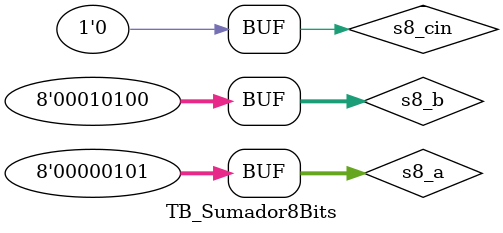
<source format=v>

`timescale 1ns / 1ns

module TB_Sumador8Bits;

// Inputs
reg [7:0] s8_a;
reg [7:0] s8_b;
reg s8_cin;

// Outputs
wire [7:0] s8_sum;
wire s8_cout;


Sumador8Bits uut (
.s8_a(s8_a), 
.s8_b(s8_b), 
.s8_cin(s8_cin), 
.s8_sum(s8_sum), 
.s8_cout(s8_cout)
);

initial 
begin
	s8_a = 8'd15;
	s8_b = 8'd15;
	s8_cin = 1'd0;	
	#100;
        
		
	s8_a = 8'd3;
	s8_b = 8'd12;
	#100;
		
				
	s8_a = 8'd8;
	s8_b = 8'd8;
	#100;
		
				
	s8_a = 8'd13;
	s8_b = 8'd7;
	#100;
		
				
	s8_a = 8'd5;
	s8_b = 8'd20;
	#100;	

end
      
endmodule

</source>
